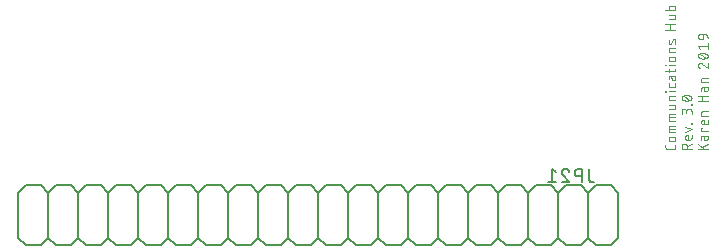
<source format=gbr>
G04 EAGLE Gerber RS-274X export*
G75*
%MOMM*%
%FSLAX34Y34*%
%LPD*%
%INSilkscreen Bottom*%
%IPPOS*%
%AMOC8*
5,1,8,0,0,1.08239X$1,22.5*%
G01*
%ADD10C,0.076200*%
%ADD11C,0.152400*%
%ADD12C,0.127000*%


D10*
X645287Y189526D02*
X645287Y187664D01*
X645285Y187578D01*
X645279Y187492D01*
X645269Y187407D01*
X645255Y187322D01*
X645238Y187237D01*
X645216Y187154D01*
X645190Y187072D01*
X645161Y186991D01*
X645128Y186912D01*
X645092Y186834D01*
X645052Y186757D01*
X645008Y186683D01*
X644961Y186611D01*
X644911Y186541D01*
X644857Y186474D01*
X644801Y186409D01*
X644741Y186347D01*
X644679Y186287D01*
X644614Y186231D01*
X644547Y186177D01*
X644477Y186127D01*
X644405Y186080D01*
X644331Y186036D01*
X644254Y185996D01*
X644177Y185960D01*
X644097Y185927D01*
X644016Y185898D01*
X643934Y185872D01*
X643851Y185850D01*
X643766Y185833D01*
X643681Y185819D01*
X643596Y185809D01*
X643510Y185803D01*
X643424Y185801D01*
X638768Y185801D01*
X638682Y185803D01*
X638596Y185809D01*
X638511Y185819D01*
X638426Y185833D01*
X638341Y185850D01*
X638258Y185872D01*
X638176Y185898D01*
X638095Y185927D01*
X638016Y185960D01*
X637938Y185996D01*
X637861Y186036D01*
X637787Y186080D01*
X637715Y186127D01*
X637645Y186177D01*
X637578Y186231D01*
X637513Y186287D01*
X637451Y186347D01*
X637391Y186409D01*
X637335Y186474D01*
X637281Y186541D01*
X637231Y186611D01*
X637184Y186683D01*
X637140Y186757D01*
X637100Y186834D01*
X637064Y186911D01*
X637031Y186991D01*
X637002Y187072D01*
X636976Y187154D01*
X636954Y187237D01*
X636937Y187322D01*
X636923Y187407D01*
X636913Y187492D01*
X636907Y187578D01*
X636905Y187664D01*
X636905Y189526D01*
X641562Y192600D02*
X643424Y192600D01*
X641562Y192600D02*
X641477Y192602D01*
X641393Y192608D01*
X641308Y192617D01*
X641225Y192631D01*
X641142Y192648D01*
X641059Y192669D01*
X640978Y192694D01*
X640898Y192722D01*
X640820Y192754D01*
X640743Y192790D01*
X640667Y192829D01*
X640594Y192871D01*
X640523Y192917D01*
X640453Y192966D01*
X640386Y193018D01*
X640322Y193073D01*
X640260Y193131D01*
X640200Y193191D01*
X640144Y193255D01*
X640090Y193320D01*
X640040Y193389D01*
X639993Y193459D01*
X639949Y193532D01*
X639908Y193606D01*
X639871Y193682D01*
X639837Y193760D01*
X639807Y193839D01*
X639780Y193920D01*
X639757Y194001D01*
X639738Y194084D01*
X639723Y194167D01*
X639711Y194251D01*
X639703Y194336D01*
X639699Y194421D01*
X639699Y194505D01*
X639703Y194590D01*
X639711Y194675D01*
X639723Y194759D01*
X639738Y194842D01*
X639757Y194925D01*
X639780Y195006D01*
X639807Y195087D01*
X639837Y195166D01*
X639871Y195244D01*
X639908Y195320D01*
X639949Y195395D01*
X639993Y195467D01*
X640040Y195537D01*
X640090Y195606D01*
X640144Y195671D01*
X640200Y195735D01*
X640260Y195795D01*
X640322Y195853D01*
X640386Y195908D01*
X640453Y195960D01*
X640523Y196009D01*
X640594Y196055D01*
X640667Y196097D01*
X640743Y196136D01*
X640820Y196172D01*
X640898Y196204D01*
X640978Y196232D01*
X641059Y196257D01*
X641142Y196278D01*
X641225Y196295D01*
X641308Y196309D01*
X641393Y196318D01*
X641477Y196324D01*
X641562Y196326D01*
X643424Y196326D01*
X643509Y196324D01*
X643593Y196318D01*
X643678Y196309D01*
X643761Y196295D01*
X643844Y196278D01*
X643927Y196257D01*
X644008Y196232D01*
X644088Y196204D01*
X644166Y196172D01*
X644243Y196136D01*
X644319Y196097D01*
X644392Y196055D01*
X644463Y196009D01*
X644533Y195960D01*
X644600Y195908D01*
X644664Y195853D01*
X644726Y195795D01*
X644786Y195735D01*
X644842Y195671D01*
X644896Y195606D01*
X644946Y195537D01*
X644993Y195467D01*
X645037Y195395D01*
X645078Y195320D01*
X645115Y195244D01*
X645149Y195166D01*
X645179Y195087D01*
X645206Y195006D01*
X645229Y194925D01*
X645248Y194842D01*
X645263Y194759D01*
X645275Y194675D01*
X645283Y194590D01*
X645287Y194505D01*
X645287Y194421D01*
X645283Y194336D01*
X645275Y194251D01*
X645263Y194167D01*
X645248Y194084D01*
X645229Y194001D01*
X645206Y193920D01*
X645179Y193839D01*
X645149Y193760D01*
X645115Y193682D01*
X645078Y193606D01*
X645037Y193532D01*
X644993Y193459D01*
X644946Y193389D01*
X644896Y193320D01*
X644842Y193255D01*
X644786Y193191D01*
X644726Y193131D01*
X644664Y193073D01*
X644600Y193018D01*
X644533Y192966D01*
X644463Y192917D01*
X644392Y192871D01*
X644319Y192829D01*
X644243Y192790D01*
X644166Y192754D01*
X644088Y192722D01*
X644008Y192694D01*
X643927Y192669D01*
X643844Y192648D01*
X643761Y192631D01*
X643678Y192617D01*
X643593Y192608D01*
X643509Y192602D01*
X643424Y192600D01*
X645287Y200173D02*
X639699Y200173D01*
X639699Y204364D01*
X639701Y204437D01*
X639707Y204510D01*
X639716Y204583D01*
X639730Y204654D01*
X639747Y204726D01*
X639767Y204796D01*
X639792Y204865D01*
X639820Y204932D01*
X639851Y204998D01*
X639886Y205063D01*
X639924Y205125D01*
X639966Y205185D01*
X640010Y205243D01*
X640058Y205299D01*
X640108Y205352D01*
X640161Y205402D01*
X640217Y205450D01*
X640275Y205494D01*
X640335Y205536D01*
X640398Y205574D01*
X640462Y205609D01*
X640528Y205640D01*
X640595Y205668D01*
X640664Y205693D01*
X640734Y205713D01*
X640806Y205730D01*
X640877Y205744D01*
X640950Y205753D01*
X641023Y205759D01*
X641096Y205761D01*
X645287Y205761D01*
X645287Y202967D02*
X639699Y202967D01*
X639699Y210048D02*
X645287Y210048D01*
X639699Y210048D02*
X639699Y214239D01*
X639701Y214312D01*
X639707Y214385D01*
X639716Y214458D01*
X639730Y214529D01*
X639747Y214601D01*
X639767Y214671D01*
X639792Y214740D01*
X639820Y214807D01*
X639851Y214873D01*
X639886Y214938D01*
X639924Y215000D01*
X639966Y215060D01*
X640010Y215118D01*
X640058Y215174D01*
X640108Y215227D01*
X640161Y215277D01*
X640217Y215325D01*
X640275Y215369D01*
X640335Y215411D01*
X640398Y215449D01*
X640462Y215484D01*
X640528Y215515D01*
X640595Y215543D01*
X640664Y215568D01*
X640734Y215588D01*
X640806Y215605D01*
X640877Y215619D01*
X640950Y215628D01*
X641023Y215634D01*
X641096Y215636D01*
X645287Y215636D01*
X645287Y212842D02*
X639699Y212842D01*
X639699Y219758D02*
X643890Y219758D01*
X643963Y219760D01*
X644036Y219766D01*
X644109Y219775D01*
X644180Y219789D01*
X644252Y219806D01*
X644322Y219826D01*
X644391Y219851D01*
X644458Y219879D01*
X644524Y219910D01*
X644589Y219945D01*
X644651Y219983D01*
X644711Y220025D01*
X644769Y220069D01*
X644825Y220117D01*
X644878Y220167D01*
X644928Y220220D01*
X644976Y220276D01*
X645020Y220334D01*
X645062Y220394D01*
X645100Y220457D01*
X645135Y220521D01*
X645166Y220587D01*
X645194Y220654D01*
X645219Y220723D01*
X645239Y220793D01*
X645256Y220865D01*
X645270Y220936D01*
X645279Y221009D01*
X645285Y221082D01*
X645287Y221155D01*
X645287Y223483D01*
X639699Y223483D01*
X639699Y227439D02*
X645287Y227439D01*
X639699Y227439D02*
X639699Y229767D01*
X639701Y229840D01*
X639707Y229913D01*
X639716Y229986D01*
X639730Y230057D01*
X639747Y230129D01*
X639767Y230199D01*
X639792Y230268D01*
X639820Y230335D01*
X639851Y230401D01*
X639886Y230466D01*
X639924Y230528D01*
X639966Y230588D01*
X640010Y230646D01*
X640058Y230702D01*
X640108Y230755D01*
X640161Y230805D01*
X640217Y230853D01*
X640275Y230897D01*
X640335Y230939D01*
X640398Y230977D01*
X640462Y231012D01*
X640528Y231043D01*
X640595Y231071D01*
X640664Y231096D01*
X640734Y231116D01*
X640806Y231133D01*
X640877Y231147D01*
X640950Y231156D01*
X641023Y231162D01*
X641096Y231164D01*
X645287Y231164D01*
X645287Y234788D02*
X639699Y234788D01*
X637371Y234555D02*
X636905Y234555D01*
X636905Y235021D01*
X637371Y235021D01*
X637371Y234555D01*
X645287Y239544D02*
X645287Y241407D01*
X645287Y239544D02*
X645285Y239471D01*
X645279Y239398D01*
X645270Y239325D01*
X645256Y239254D01*
X645239Y239182D01*
X645219Y239112D01*
X645194Y239043D01*
X645166Y238976D01*
X645135Y238910D01*
X645100Y238846D01*
X645062Y238783D01*
X645020Y238723D01*
X644976Y238665D01*
X644928Y238609D01*
X644878Y238556D01*
X644825Y238506D01*
X644769Y238458D01*
X644711Y238414D01*
X644651Y238372D01*
X644589Y238334D01*
X644524Y238299D01*
X644458Y238268D01*
X644391Y238240D01*
X644322Y238215D01*
X644252Y238195D01*
X644180Y238178D01*
X644109Y238164D01*
X644036Y238155D01*
X643963Y238149D01*
X643890Y238147D01*
X641096Y238147D01*
X641023Y238149D01*
X640950Y238155D01*
X640877Y238164D01*
X640806Y238178D01*
X640734Y238195D01*
X640664Y238215D01*
X640595Y238240D01*
X640528Y238268D01*
X640462Y238299D01*
X640398Y238334D01*
X640335Y238372D01*
X640275Y238414D01*
X640217Y238458D01*
X640161Y238506D01*
X640108Y238556D01*
X640058Y238609D01*
X640010Y238665D01*
X639966Y238723D01*
X639924Y238783D01*
X639886Y238846D01*
X639851Y238910D01*
X639820Y238976D01*
X639792Y239043D01*
X639767Y239112D01*
X639747Y239182D01*
X639730Y239254D01*
X639716Y239325D01*
X639707Y239398D01*
X639701Y239471D01*
X639699Y239544D01*
X639699Y241407D01*
X642027Y246033D02*
X642027Y248129D01*
X642027Y246033D02*
X642029Y245953D01*
X642035Y245873D01*
X642045Y245794D01*
X642058Y245715D01*
X642076Y245637D01*
X642097Y245560D01*
X642122Y245484D01*
X642151Y245409D01*
X642183Y245336D01*
X642219Y245265D01*
X642259Y245195D01*
X642302Y245127D01*
X642348Y245062D01*
X642397Y244999D01*
X642449Y244938D01*
X642504Y244880D01*
X642562Y244825D01*
X642623Y244773D01*
X642686Y244724D01*
X642751Y244678D01*
X642819Y244635D01*
X642889Y244595D01*
X642960Y244559D01*
X643033Y244527D01*
X643108Y244498D01*
X643184Y244473D01*
X643261Y244452D01*
X643339Y244434D01*
X643418Y244421D01*
X643497Y244411D01*
X643577Y244405D01*
X643657Y244403D01*
X643737Y244405D01*
X643817Y244411D01*
X643896Y244421D01*
X643975Y244434D01*
X644053Y244452D01*
X644130Y244473D01*
X644206Y244498D01*
X644281Y244527D01*
X644354Y244559D01*
X644425Y244595D01*
X644495Y244635D01*
X644563Y244678D01*
X644628Y244724D01*
X644691Y244773D01*
X644752Y244825D01*
X644810Y244880D01*
X644865Y244938D01*
X644917Y244999D01*
X644966Y245062D01*
X645012Y245127D01*
X645055Y245195D01*
X645095Y245265D01*
X645131Y245336D01*
X645163Y245409D01*
X645192Y245484D01*
X645217Y245560D01*
X645238Y245637D01*
X645256Y245715D01*
X645269Y245794D01*
X645279Y245873D01*
X645285Y245953D01*
X645287Y246033D01*
X645287Y248129D01*
X641096Y248129D01*
X641023Y248127D01*
X640950Y248121D01*
X640877Y248112D01*
X640806Y248098D01*
X640734Y248081D01*
X640664Y248061D01*
X640595Y248036D01*
X640528Y248008D01*
X640462Y247977D01*
X640398Y247942D01*
X640335Y247904D01*
X640275Y247862D01*
X640217Y247818D01*
X640161Y247770D01*
X640108Y247720D01*
X640058Y247667D01*
X640010Y247611D01*
X639966Y247553D01*
X639924Y247493D01*
X639886Y247431D01*
X639851Y247366D01*
X639820Y247300D01*
X639792Y247233D01*
X639767Y247164D01*
X639747Y247094D01*
X639730Y247022D01*
X639716Y246951D01*
X639707Y246878D01*
X639701Y246805D01*
X639699Y246732D01*
X639699Y244869D01*
X639699Y251154D02*
X639699Y253948D01*
X636905Y252085D02*
X643890Y252085D01*
X643963Y252087D01*
X644036Y252093D01*
X644109Y252102D01*
X644180Y252116D01*
X644252Y252133D01*
X644322Y252153D01*
X644391Y252178D01*
X644458Y252206D01*
X644524Y252237D01*
X644589Y252272D01*
X644651Y252310D01*
X644711Y252352D01*
X644769Y252396D01*
X644825Y252444D01*
X644878Y252494D01*
X644928Y252547D01*
X644976Y252603D01*
X645020Y252661D01*
X645062Y252721D01*
X645100Y252784D01*
X645135Y252848D01*
X645166Y252914D01*
X645194Y252981D01*
X645219Y253050D01*
X645239Y253120D01*
X645256Y253192D01*
X645270Y253263D01*
X645279Y253336D01*
X645285Y253409D01*
X645287Y253482D01*
X645287Y253948D01*
X645287Y257008D02*
X639699Y257008D01*
X637371Y256775D02*
X636905Y256775D01*
X636905Y257241D01*
X637371Y257241D01*
X637371Y256775D01*
X641562Y260357D02*
X643424Y260357D01*
X641562Y260357D02*
X641477Y260359D01*
X641393Y260365D01*
X641308Y260374D01*
X641225Y260388D01*
X641142Y260405D01*
X641059Y260426D01*
X640978Y260451D01*
X640898Y260479D01*
X640820Y260511D01*
X640743Y260547D01*
X640667Y260586D01*
X640594Y260628D01*
X640523Y260674D01*
X640453Y260723D01*
X640386Y260775D01*
X640322Y260830D01*
X640260Y260888D01*
X640200Y260948D01*
X640144Y261012D01*
X640090Y261077D01*
X640040Y261146D01*
X639993Y261216D01*
X639949Y261289D01*
X639908Y261363D01*
X639871Y261439D01*
X639837Y261517D01*
X639807Y261596D01*
X639780Y261677D01*
X639757Y261758D01*
X639738Y261841D01*
X639723Y261924D01*
X639711Y262008D01*
X639703Y262093D01*
X639699Y262178D01*
X639699Y262262D01*
X639703Y262347D01*
X639711Y262432D01*
X639723Y262516D01*
X639738Y262599D01*
X639757Y262682D01*
X639780Y262763D01*
X639807Y262844D01*
X639837Y262923D01*
X639871Y263001D01*
X639908Y263077D01*
X639949Y263152D01*
X639993Y263224D01*
X640040Y263294D01*
X640090Y263363D01*
X640144Y263428D01*
X640200Y263492D01*
X640260Y263552D01*
X640322Y263610D01*
X640386Y263665D01*
X640453Y263717D01*
X640523Y263766D01*
X640594Y263812D01*
X640667Y263854D01*
X640743Y263893D01*
X640820Y263929D01*
X640898Y263961D01*
X640978Y263989D01*
X641059Y264014D01*
X641142Y264035D01*
X641225Y264052D01*
X641308Y264066D01*
X641393Y264075D01*
X641477Y264081D01*
X641562Y264083D01*
X643424Y264083D01*
X643509Y264081D01*
X643593Y264075D01*
X643678Y264066D01*
X643761Y264052D01*
X643844Y264035D01*
X643927Y264014D01*
X644008Y263989D01*
X644088Y263961D01*
X644166Y263929D01*
X644243Y263893D01*
X644319Y263854D01*
X644392Y263812D01*
X644463Y263766D01*
X644533Y263717D01*
X644600Y263665D01*
X644664Y263610D01*
X644726Y263552D01*
X644786Y263492D01*
X644842Y263428D01*
X644896Y263363D01*
X644946Y263294D01*
X644993Y263224D01*
X645037Y263152D01*
X645078Y263077D01*
X645115Y263001D01*
X645149Y262923D01*
X645179Y262844D01*
X645206Y262763D01*
X645229Y262682D01*
X645248Y262599D01*
X645263Y262516D01*
X645275Y262432D01*
X645283Y262347D01*
X645287Y262262D01*
X645287Y262178D01*
X645283Y262093D01*
X645275Y262008D01*
X645263Y261924D01*
X645248Y261841D01*
X645229Y261758D01*
X645206Y261677D01*
X645179Y261596D01*
X645149Y261517D01*
X645115Y261439D01*
X645078Y261363D01*
X645037Y261289D01*
X644993Y261216D01*
X644946Y261146D01*
X644896Y261077D01*
X644842Y261012D01*
X644786Y260948D01*
X644726Y260888D01*
X644664Y260830D01*
X644600Y260775D01*
X644533Y260723D01*
X644463Y260674D01*
X644392Y260628D01*
X644319Y260586D01*
X644243Y260547D01*
X644166Y260511D01*
X644088Y260479D01*
X644008Y260451D01*
X643927Y260426D01*
X643844Y260405D01*
X643761Y260388D01*
X643678Y260374D01*
X643593Y260365D01*
X643509Y260359D01*
X643424Y260357D01*
X645287Y267764D02*
X639699Y267764D01*
X639699Y270092D01*
X639701Y270165D01*
X639707Y270238D01*
X639716Y270311D01*
X639730Y270382D01*
X639747Y270454D01*
X639767Y270524D01*
X639792Y270593D01*
X639820Y270660D01*
X639851Y270726D01*
X639886Y270791D01*
X639924Y270853D01*
X639966Y270913D01*
X640010Y270971D01*
X640058Y271027D01*
X640108Y271080D01*
X640161Y271130D01*
X640217Y271178D01*
X640275Y271222D01*
X640335Y271264D01*
X640398Y271302D01*
X640462Y271337D01*
X640528Y271368D01*
X640595Y271396D01*
X640664Y271421D01*
X640734Y271441D01*
X640806Y271458D01*
X640877Y271472D01*
X640950Y271481D01*
X641023Y271487D01*
X641096Y271489D01*
X645287Y271489D01*
X642027Y275869D02*
X642959Y278197D01*
X642027Y275869D02*
X641999Y275806D01*
X641969Y275745D01*
X641935Y275686D01*
X641897Y275628D01*
X641857Y275573D01*
X641813Y275521D01*
X641767Y275471D01*
X641717Y275423D01*
X641665Y275379D01*
X641611Y275337D01*
X641555Y275299D01*
X641496Y275264D01*
X641435Y275232D01*
X641373Y275204D01*
X641309Y275179D01*
X641244Y275158D01*
X641178Y275141D01*
X641111Y275128D01*
X641043Y275118D01*
X640975Y275112D01*
X640907Y275110D01*
X640839Y275112D01*
X640771Y275118D01*
X640703Y275127D01*
X640636Y275141D01*
X640570Y275158D01*
X640505Y275179D01*
X640441Y275203D01*
X640379Y275231D01*
X640318Y275263D01*
X640259Y275298D01*
X640203Y275336D01*
X640148Y275378D01*
X640096Y275422D01*
X640047Y275469D01*
X640000Y275519D01*
X639956Y275572D01*
X639916Y275627D01*
X639878Y275684D01*
X639844Y275743D01*
X639813Y275804D01*
X639786Y275867D01*
X639762Y275931D01*
X639742Y275996D01*
X639726Y276063D01*
X639714Y276130D01*
X639705Y276198D01*
X639700Y276266D01*
X639699Y276334D01*
X639699Y276335D02*
X639703Y276479D01*
X639711Y276622D01*
X639722Y276766D01*
X639738Y276909D01*
X639758Y277052D01*
X639781Y277194D01*
X639809Y277336D01*
X639840Y277476D01*
X639875Y277616D01*
X639914Y277755D01*
X639957Y277893D01*
X640003Y278029D01*
X640053Y278164D01*
X640107Y278298D01*
X640164Y278430D01*
X642959Y278197D02*
X642986Y278260D01*
X643017Y278321D01*
X643051Y278380D01*
X643089Y278438D01*
X643129Y278493D01*
X643173Y278545D01*
X643219Y278595D01*
X643269Y278643D01*
X643321Y278687D01*
X643375Y278729D01*
X643431Y278767D01*
X643490Y278802D01*
X643551Y278834D01*
X643613Y278862D01*
X643677Y278887D01*
X643742Y278908D01*
X643808Y278925D01*
X643875Y278938D01*
X643943Y278948D01*
X644011Y278954D01*
X644079Y278956D01*
X644147Y278954D01*
X644215Y278948D01*
X644283Y278939D01*
X644350Y278925D01*
X644416Y278908D01*
X644481Y278887D01*
X644545Y278863D01*
X644607Y278835D01*
X644668Y278803D01*
X644727Y278768D01*
X644783Y278730D01*
X644838Y278688D01*
X644890Y278644D01*
X644939Y278597D01*
X644986Y278547D01*
X645030Y278494D01*
X645070Y278439D01*
X645108Y278382D01*
X645142Y278323D01*
X645173Y278262D01*
X645200Y278199D01*
X645224Y278135D01*
X645244Y278070D01*
X645260Y278003D01*
X645272Y277936D01*
X645281Y277868D01*
X645286Y277800D01*
X645287Y277732D01*
X645287Y277731D02*
X645282Y277544D01*
X645273Y277358D01*
X645259Y277172D01*
X645241Y276986D01*
X645219Y276800D01*
X645192Y276615D01*
X645161Y276431D01*
X645125Y276248D01*
X645085Y276065D01*
X645041Y275884D01*
X644992Y275703D01*
X644940Y275524D01*
X644883Y275346D01*
X644822Y275170D01*
X645287Y287049D02*
X636905Y287049D01*
X640630Y287049D02*
X640630Y291706D01*
X636905Y291706D02*
X645287Y291706D01*
X643890Y295744D02*
X639699Y295744D01*
X643890Y295744D02*
X643963Y295746D01*
X644036Y295752D01*
X644109Y295761D01*
X644180Y295775D01*
X644252Y295792D01*
X644322Y295812D01*
X644391Y295837D01*
X644458Y295865D01*
X644524Y295896D01*
X644589Y295931D01*
X644651Y295969D01*
X644711Y296011D01*
X644769Y296055D01*
X644825Y296103D01*
X644878Y296153D01*
X644928Y296206D01*
X644976Y296262D01*
X645020Y296320D01*
X645062Y296380D01*
X645100Y296443D01*
X645135Y296507D01*
X645166Y296573D01*
X645194Y296640D01*
X645219Y296709D01*
X645239Y296779D01*
X645256Y296851D01*
X645270Y296922D01*
X645279Y296995D01*
X645285Y297068D01*
X645287Y297141D01*
X645287Y299470D01*
X639699Y299470D01*
X636905Y303469D02*
X645287Y303469D01*
X645287Y305797D01*
X645285Y305870D01*
X645279Y305943D01*
X645270Y306016D01*
X645256Y306087D01*
X645239Y306159D01*
X645219Y306229D01*
X645194Y306298D01*
X645166Y306365D01*
X645135Y306431D01*
X645100Y306496D01*
X645062Y306558D01*
X645020Y306618D01*
X644976Y306676D01*
X644928Y306732D01*
X644878Y306785D01*
X644825Y306835D01*
X644769Y306883D01*
X644711Y306927D01*
X644651Y306969D01*
X644589Y307007D01*
X644524Y307042D01*
X644458Y307073D01*
X644391Y307101D01*
X644322Y307126D01*
X644252Y307146D01*
X644180Y307163D01*
X644109Y307177D01*
X644036Y307186D01*
X643963Y307192D01*
X643890Y307194D01*
X641096Y307194D01*
X641023Y307192D01*
X640950Y307186D01*
X640877Y307177D01*
X640806Y307163D01*
X640734Y307146D01*
X640664Y307126D01*
X640595Y307101D01*
X640528Y307073D01*
X640462Y307042D01*
X640398Y307007D01*
X640335Y306969D01*
X640275Y306927D01*
X640217Y306883D01*
X640161Y306835D01*
X640108Y306785D01*
X640058Y306732D01*
X640010Y306676D01*
X639966Y306618D01*
X639924Y306558D01*
X639886Y306496D01*
X639851Y306431D01*
X639820Y306365D01*
X639792Y306298D01*
X639767Y306229D01*
X639747Y306159D01*
X639730Y306087D01*
X639716Y306016D01*
X639707Y305943D01*
X639701Y305870D01*
X639699Y305797D01*
X639699Y303469D01*
X650621Y185801D02*
X659003Y185801D01*
X650621Y185801D02*
X650621Y188129D01*
X650623Y188224D01*
X650629Y188319D01*
X650638Y188413D01*
X650652Y188507D01*
X650669Y188601D01*
X650690Y188693D01*
X650715Y188785D01*
X650744Y188875D01*
X650776Y188965D01*
X650812Y189053D01*
X650852Y189139D01*
X650894Y189224D01*
X650941Y189307D01*
X650991Y189388D01*
X651044Y189466D01*
X651100Y189543D01*
X651159Y189617D01*
X651221Y189689D01*
X651286Y189758D01*
X651354Y189825D01*
X651424Y189888D01*
X651498Y189949D01*
X651573Y190007D01*
X651651Y190061D01*
X651731Y190113D01*
X651813Y190161D01*
X651896Y190205D01*
X651982Y190247D01*
X652069Y190284D01*
X652158Y190318D01*
X652248Y190349D01*
X652339Y190376D01*
X652431Y190399D01*
X652524Y190418D01*
X652618Y190433D01*
X652712Y190445D01*
X652807Y190453D01*
X652902Y190457D01*
X652996Y190457D01*
X653091Y190453D01*
X653186Y190445D01*
X653280Y190433D01*
X653374Y190418D01*
X653467Y190399D01*
X653559Y190376D01*
X653650Y190349D01*
X653740Y190318D01*
X653829Y190284D01*
X653916Y190247D01*
X654002Y190205D01*
X654085Y190161D01*
X654167Y190113D01*
X654247Y190061D01*
X654325Y190007D01*
X654400Y189949D01*
X654474Y189888D01*
X654544Y189825D01*
X654612Y189758D01*
X654677Y189689D01*
X654739Y189617D01*
X654798Y189543D01*
X654854Y189466D01*
X654907Y189388D01*
X654957Y189307D01*
X655004Y189224D01*
X655046Y189139D01*
X655086Y189053D01*
X655122Y188965D01*
X655154Y188875D01*
X655183Y188785D01*
X655208Y188693D01*
X655229Y188601D01*
X655246Y188507D01*
X655260Y188413D01*
X655269Y188319D01*
X655275Y188224D01*
X655277Y188129D01*
X655278Y188129D02*
X655278Y185801D01*
X655278Y188595D02*
X659003Y190458D01*
X659003Y195291D02*
X659003Y197619D01*
X659003Y195291D02*
X659001Y195218D01*
X658995Y195145D01*
X658986Y195072D01*
X658972Y195001D01*
X658955Y194929D01*
X658935Y194859D01*
X658910Y194790D01*
X658882Y194723D01*
X658851Y194657D01*
X658816Y194593D01*
X658778Y194530D01*
X658736Y194470D01*
X658692Y194412D01*
X658644Y194356D01*
X658594Y194303D01*
X658541Y194253D01*
X658485Y194205D01*
X658427Y194161D01*
X658367Y194119D01*
X658305Y194081D01*
X658240Y194046D01*
X658174Y194015D01*
X658107Y193987D01*
X658038Y193962D01*
X657968Y193942D01*
X657896Y193925D01*
X657825Y193911D01*
X657752Y193902D01*
X657679Y193896D01*
X657606Y193894D01*
X655278Y193894D01*
X655278Y193893D02*
X655193Y193895D01*
X655109Y193901D01*
X655024Y193910D01*
X654941Y193924D01*
X654858Y193941D01*
X654775Y193962D01*
X654694Y193987D01*
X654614Y194015D01*
X654536Y194047D01*
X654459Y194083D01*
X654383Y194122D01*
X654310Y194164D01*
X654239Y194210D01*
X654169Y194259D01*
X654102Y194311D01*
X654038Y194366D01*
X653976Y194424D01*
X653916Y194484D01*
X653860Y194548D01*
X653806Y194613D01*
X653756Y194682D01*
X653709Y194752D01*
X653665Y194825D01*
X653624Y194899D01*
X653587Y194975D01*
X653553Y195053D01*
X653523Y195132D01*
X653496Y195213D01*
X653473Y195294D01*
X653454Y195377D01*
X653439Y195460D01*
X653427Y195544D01*
X653419Y195629D01*
X653415Y195714D01*
X653415Y195798D01*
X653419Y195883D01*
X653427Y195968D01*
X653439Y196052D01*
X653454Y196135D01*
X653473Y196218D01*
X653496Y196299D01*
X653523Y196380D01*
X653553Y196459D01*
X653587Y196537D01*
X653624Y196613D01*
X653665Y196688D01*
X653709Y196760D01*
X653756Y196830D01*
X653806Y196899D01*
X653860Y196964D01*
X653916Y197028D01*
X653976Y197088D01*
X654038Y197146D01*
X654102Y197201D01*
X654169Y197253D01*
X654239Y197302D01*
X654310Y197348D01*
X654383Y197390D01*
X654459Y197429D01*
X654536Y197465D01*
X654614Y197497D01*
X654694Y197525D01*
X654775Y197550D01*
X654858Y197571D01*
X654941Y197588D01*
X655024Y197602D01*
X655109Y197611D01*
X655193Y197617D01*
X655278Y197619D01*
X656209Y197619D01*
X656209Y193894D01*
X653415Y200752D02*
X659003Y202614D01*
X653415Y204477D01*
X658537Y207319D02*
X659003Y207319D01*
X658537Y207319D02*
X658537Y207785D01*
X659003Y207785D01*
X659003Y207319D01*
X659003Y215373D02*
X659003Y217702D01*
X659001Y217797D01*
X658995Y217892D01*
X658986Y217986D01*
X658972Y218080D01*
X658955Y218174D01*
X658934Y218266D01*
X658909Y218358D01*
X658880Y218448D01*
X658848Y218538D01*
X658812Y218626D01*
X658772Y218712D01*
X658730Y218797D01*
X658683Y218880D01*
X658633Y218961D01*
X658580Y219039D01*
X658524Y219116D01*
X658465Y219190D01*
X658403Y219262D01*
X658338Y219331D01*
X658270Y219398D01*
X658200Y219461D01*
X658126Y219522D01*
X658051Y219580D01*
X657973Y219634D01*
X657893Y219686D01*
X657811Y219734D01*
X657728Y219778D01*
X657642Y219820D01*
X657555Y219857D01*
X657466Y219891D01*
X657376Y219922D01*
X657285Y219949D01*
X657193Y219972D01*
X657100Y219991D01*
X657006Y220006D01*
X656912Y220018D01*
X656817Y220026D01*
X656722Y220030D01*
X656628Y220030D01*
X656533Y220026D01*
X656438Y220018D01*
X656344Y220006D01*
X656250Y219991D01*
X656157Y219972D01*
X656065Y219949D01*
X655974Y219922D01*
X655884Y219891D01*
X655795Y219857D01*
X655708Y219820D01*
X655622Y219778D01*
X655539Y219734D01*
X655457Y219686D01*
X655377Y219634D01*
X655299Y219580D01*
X655224Y219522D01*
X655150Y219461D01*
X655080Y219398D01*
X655012Y219331D01*
X654947Y219262D01*
X654885Y219190D01*
X654826Y219116D01*
X654770Y219039D01*
X654717Y218961D01*
X654667Y218880D01*
X654620Y218797D01*
X654578Y218712D01*
X654538Y218626D01*
X654502Y218538D01*
X654470Y218448D01*
X654441Y218358D01*
X654416Y218266D01*
X654395Y218174D01*
X654378Y218080D01*
X654364Y217986D01*
X654355Y217892D01*
X654349Y217797D01*
X654347Y217702D01*
X650621Y218167D02*
X650621Y215373D01*
X650621Y218167D02*
X650623Y218252D01*
X650629Y218336D01*
X650638Y218421D01*
X650652Y218504D01*
X650669Y218587D01*
X650690Y218670D01*
X650715Y218751D01*
X650743Y218831D01*
X650775Y218909D01*
X650811Y218986D01*
X650850Y219062D01*
X650892Y219135D01*
X650938Y219206D01*
X650987Y219276D01*
X651039Y219343D01*
X651094Y219407D01*
X651152Y219469D01*
X651212Y219529D01*
X651276Y219585D01*
X651341Y219639D01*
X651410Y219689D01*
X651480Y219736D01*
X651553Y219780D01*
X651627Y219821D01*
X651703Y219858D01*
X651781Y219892D01*
X651860Y219922D01*
X651941Y219949D01*
X652022Y219972D01*
X652105Y219991D01*
X652188Y220006D01*
X652272Y220018D01*
X652357Y220026D01*
X652442Y220030D01*
X652526Y220030D01*
X652611Y220026D01*
X652696Y220018D01*
X652780Y220006D01*
X652863Y219991D01*
X652946Y219972D01*
X653027Y219949D01*
X653108Y219922D01*
X653187Y219892D01*
X653265Y219858D01*
X653341Y219821D01*
X653416Y219780D01*
X653488Y219736D01*
X653558Y219689D01*
X653627Y219639D01*
X653692Y219585D01*
X653756Y219529D01*
X653816Y219469D01*
X653874Y219407D01*
X653929Y219343D01*
X653981Y219276D01*
X654030Y219206D01*
X654076Y219135D01*
X654118Y219062D01*
X654157Y218986D01*
X654193Y218909D01*
X654225Y218831D01*
X654253Y218751D01*
X654278Y218670D01*
X654299Y218587D01*
X654316Y218504D01*
X654330Y218421D01*
X654339Y218336D01*
X654345Y218252D01*
X654347Y218167D01*
X654346Y218167D02*
X654346Y216305D01*
X658537Y223230D02*
X659003Y223230D01*
X658537Y223230D02*
X658537Y223695D01*
X659003Y223695D01*
X659003Y223230D01*
X654812Y226895D02*
X654647Y226897D01*
X654482Y226903D01*
X654318Y226913D01*
X654153Y226926D01*
X653989Y226944D01*
X653826Y226966D01*
X653663Y226991D01*
X653501Y227021D01*
X653339Y227054D01*
X653179Y227091D01*
X653019Y227132D01*
X652860Y227177D01*
X652703Y227225D01*
X652546Y227277D01*
X652391Y227333D01*
X652237Y227393D01*
X652085Y227456D01*
X651934Y227523D01*
X651785Y227593D01*
X651708Y227622D01*
X651632Y227654D01*
X651558Y227689D01*
X651486Y227729D01*
X651416Y227771D01*
X651348Y227817D01*
X651282Y227866D01*
X651218Y227919D01*
X651157Y227974D01*
X651099Y228032D01*
X651044Y228092D01*
X650991Y228156D01*
X650942Y228222D01*
X650896Y228290D01*
X650853Y228360D01*
X650813Y228432D01*
X650777Y228506D01*
X650745Y228581D01*
X650716Y228658D01*
X650691Y228736D01*
X650670Y228816D01*
X650652Y228896D01*
X650639Y228977D01*
X650629Y229059D01*
X650623Y229141D01*
X650621Y229223D01*
X650623Y229305D01*
X650629Y229387D01*
X650639Y229469D01*
X650652Y229550D01*
X650670Y229630D01*
X650691Y229710D01*
X650716Y229788D01*
X650745Y229865D01*
X650777Y229940D01*
X650813Y230014D01*
X650853Y230086D01*
X650896Y230156D01*
X650942Y230224D01*
X650991Y230290D01*
X651044Y230354D01*
X651099Y230414D01*
X651157Y230472D01*
X651218Y230527D01*
X651282Y230580D01*
X651348Y230629D01*
X651416Y230675D01*
X651486Y230717D01*
X651558Y230757D01*
X651632Y230792D01*
X651708Y230824D01*
X651785Y230853D01*
X651934Y230923D01*
X652085Y230990D01*
X652237Y231053D01*
X652391Y231113D01*
X652546Y231169D01*
X652703Y231221D01*
X652860Y231269D01*
X653019Y231314D01*
X653179Y231355D01*
X653339Y231392D01*
X653501Y231425D01*
X653663Y231455D01*
X653826Y231480D01*
X653989Y231502D01*
X654153Y231520D01*
X654318Y231533D01*
X654482Y231543D01*
X654647Y231549D01*
X654812Y231551D01*
X654812Y226895D02*
X654977Y226897D01*
X655142Y226903D01*
X655306Y226913D01*
X655471Y226926D01*
X655635Y226944D01*
X655798Y226966D01*
X655961Y226991D01*
X656123Y227021D01*
X656285Y227054D01*
X656445Y227091D01*
X656605Y227132D01*
X656764Y227177D01*
X656921Y227225D01*
X657078Y227277D01*
X657233Y227333D01*
X657387Y227393D01*
X657539Y227456D01*
X657690Y227523D01*
X657839Y227593D01*
X657916Y227622D01*
X657992Y227654D01*
X658066Y227690D01*
X658138Y227729D01*
X658208Y227771D01*
X658276Y227817D01*
X658342Y227866D01*
X658406Y227919D01*
X658467Y227974D01*
X658525Y228032D01*
X658580Y228093D01*
X658633Y228156D01*
X658682Y228222D01*
X658728Y228290D01*
X658771Y228360D01*
X658811Y228432D01*
X658847Y228506D01*
X658879Y228581D01*
X658908Y228658D01*
X658933Y228736D01*
X658954Y228816D01*
X658972Y228896D01*
X658985Y228977D01*
X658995Y229059D01*
X659001Y229141D01*
X659003Y229223D01*
X657839Y230853D02*
X657690Y230923D01*
X657539Y230990D01*
X657387Y231053D01*
X657233Y231113D01*
X657078Y231169D01*
X656921Y231221D01*
X656764Y231269D01*
X656605Y231314D01*
X656445Y231355D01*
X656285Y231392D01*
X656123Y231425D01*
X655961Y231455D01*
X655798Y231480D01*
X655635Y231502D01*
X655471Y231520D01*
X655306Y231533D01*
X655142Y231543D01*
X654977Y231549D01*
X654812Y231551D01*
X657839Y230853D02*
X657916Y230824D01*
X657992Y230792D01*
X658066Y230756D01*
X658138Y230717D01*
X658208Y230675D01*
X658276Y230629D01*
X658342Y230580D01*
X658406Y230527D01*
X658467Y230472D01*
X658525Y230414D01*
X658580Y230353D01*
X658633Y230290D01*
X658682Y230224D01*
X658728Y230156D01*
X658771Y230086D01*
X658811Y230014D01*
X658847Y229940D01*
X658879Y229865D01*
X658908Y229788D01*
X658933Y229710D01*
X658954Y229630D01*
X658972Y229550D01*
X658985Y229469D01*
X658995Y229387D01*
X659001Y229305D01*
X659003Y229223D01*
X657140Y227360D02*
X652484Y231086D01*
X664337Y185801D02*
X672719Y185801D01*
X669459Y185801D02*
X664337Y190458D01*
X667597Y187664D02*
X672719Y190458D01*
X669459Y195135D02*
X669459Y197231D01*
X669459Y195135D02*
X669461Y195055D01*
X669467Y194975D01*
X669477Y194896D01*
X669490Y194817D01*
X669508Y194739D01*
X669529Y194662D01*
X669554Y194586D01*
X669583Y194511D01*
X669615Y194438D01*
X669651Y194367D01*
X669691Y194297D01*
X669734Y194229D01*
X669780Y194164D01*
X669829Y194101D01*
X669881Y194040D01*
X669936Y193982D01*
X669994Y193927D01*
X670055Y193875D01*
X670118Y193826D01*
X670183Y193780D01*
X670251Y193737D01*
X670321Y193697D01*
X670392Y193661D01*
X670465Y193629D01*
X670540Y193600D01*
X670616Y193575D01*
X670693Y193554D01*
X670771Y193536D01*
X670850Y193523D01*
X670929Y193513D01*
X671009Y193507D01*
X671089Y193505D01*
X671169Y193507D01*
X671249Y193513D01*
X671328Y193523D01*
X671407Y193536D01*
X671485Y193554D01*
X671562Y193575D01*
X671638Y193600D01*
X671713Y193629D01*
X671786Y193661D01*
X671857Y193697D01*
X671927Y193737D01*
X671995Y193780D01*
X672060Y193826D01*
X672123Y193875D01*
X672184Y193927D01*
X672242Y193982D01*
X672297Y194040D01*
X672349Y194101D01*
X672398Y194164D01*
X672444Y194229D01*
X672487Y194297D01*
X672527Y194367D01*
X672563Y194438D01*
X672595Y194511D01*
X672624Y194586D01*
X672649Y194662D01*
X672670Y194739D01*
X672688Y194817D01*
X672701Y194896D01*
X672711Y194975D01*
X672717Y195055D01*
X672719Y195135D01*
X672719Y197231D01*
X668528Y197231D01*
X668455Y197229D01*
X668382Y197223D01*
X668309Y197214D01*
X668238Y197200D01*
X668166Y197183D01*
X668096Y197163D01*
X668027Y197138D01*
X667960Y197110D01*
X667894Y197079D01*
X667830Y197044D01*
X667767Y197006D01*
X667707Y196964D01*
X667649Y196920D01*
X667593Y196872D01*
X667540Y196822D01*
X667490Y196769D01*
X667442Y196713D01*
X667398Y196655D01*
X667356Y196595D01*
X667318Y196533D01*
X667283Y196468D01*
X667252Y196402D01*
X667224Y196335D01*
X667199Y196266D01*
X667179Y196196D01*
X667162Y196124D01*
X667148Y196053D01*
X667139Y195980D01*
X667133Y195907D01*
X667131Y195834D01*
X667131Y193971D01*
X667131Y201279D02*
X672719Y201279D01*
X667131Y201279D02*
X667131Y204073D01*
X668062Y204073D01*
X672719Y208113D02*
X672719Y210442D01*
X672719Y208113D02*
X672717Y208040D01*
X672711Y207967D01*
X672702Y207894D01*
X672688Y207823D01*
X672671Y207751D01*
X672651Y207681D01*
X672626Y207612D01*
X672598Y207545D01*
X672567Y207479D01*
X672532Y207415D01*
X672494Y207352D01*
X672452Y207292D01*
X672408Y207234D01*
X672360Y207178D01*
X672310Y207125D01*
X672257Y207075D01*
X672201Y207027D01*
X672143Y206983D01*
X672083Y206941D01*
X672021Y206903D01*
X671956Y206868D01*
X671890Y206837D01*
X671823Y206809D01*
X671754Y206784D01*
X671684Y206764D01*
X671612Y206747D01*
X671541Y206733D01*
X671468Y206724D01*
X671395Y206718D01*
X671322Y206716D01*
X668994Y206716D01*
X668909Y206718D01*
X668825Y206724D01*
X668740Y206733D01*
X668657Y206747D01*
X668574Y206764D01*
X668491Y206785D01*
X668410Y206810D01*
X668330Y206838D01*
X668252Y206870D01*
X668175Y206906D01*
X668099Y206945D01*
X668026Y206987D01*
X667955Y207033D01*
X667885Y207082D01*
X667818Y207134D01*
X667754Y207189D01*
X667692Y207247D01*
X667632Y207307D01*
X667576Y207371D01*
X667522Y207436D01*
X667472Y207505D01*
X667425Y207575D01*
X667381Y207648D01*
X667340Y207722D01*
X667303Y207798D01*
X667269Y207876D01*
X667239Y207955D01*
X667212Y208036D01*
X667189Y208117D01*
X667170Y208200D01*
X667155Y208283D01*
X667143Y208367D01*
X667135Y208452D01*
X667131Y208537D01*
X667131Y208621D01*
X667135Y208706D01*
X667143Y208791D01*
X667155Y208875D01*
X667170Y208958D01*
X667189Y209041D01*
X667212Y209122D01*
X667239Y209203D01*
X667269Y209282D01*
X667303Y209360D01*
X667340Y209436D01*
X667381Y209511D01*
X667425Y209583D01*
X667472Y209653D01*
X667522Y209722D01*
X667576Y209787D01*
X667632Y209851D01*
X667692Y209911D01*
X667754Y209969D01*
X667818Y210024D01*
X667885Y210076D01*
X667955Y210125D01*
X668026Y210171D01*
X668099Y210213D01*
X668175Y210252D01*
X668252Y210288D01*
X668330Y210320D01*
X668410Y210348D01*
X668491Y210373D01*
X668574Y210394D01*
X668657Y210411D01*
X668740Y210425D01*
X668825Y210434D01*
X668909Y210440D01*
X668994Y210442D01*
X669925Y210442D01*
X669925Y206716D01*
X672719Y214123D02*
X667131Y214123D01*
X667131Y216451D01*
X667133Y216524D01*
X667139Y216597D01*
X667148Y216670D01*
X667162Y216741D01*
X667179Y216813D01*
X667199Y216883D01*
X667224Y216952D01*
X667252Y217019D01*
X667283Y217085D01*
X667318Y217150D01*
X667356Y217212D01*
X667398Y217272D01*
X667442Y217330D01*
X667490Y217386D01*
X667540Y217439D01*
X667593Y217489D01*
X667649Y217537D01*
X667707Y217581D01*
X667767Y217623D01*
X667830Y217661D01*
X667894Y217696D01*
X667960Y217727D01*
X668027Y217755D01*
X668096Y217780D01*
X668166Y217800D01*
X668238Y217817D01*
X668309Y217831D01*
X668382Y217840D01*
X668455Y217846D01*
X668528Y217848D01*
X672719Y217848D01*
X672719Y226276D02*
X664337Y226276D01*
X668062Y226276D02*
X668062Y230933D01*
X664337Y230933D02*
X672719Y230933D01*
X669459Y236283D02*
X669459Y238379D01*
X669459Y236283D02*
X669461Y236203D01*
X669467Y236123D01*
X669477Y236044D01*
X669490Y235965D01*
X669508Y235887D01*
X669529Y235810D01*
X669554Y235734D01*
X669583Y235659D01*
X669615Y235586D01*
X669651Y235515D01*
X669691Y235445D01*
X669734Y235377D01*
X669780Y235312D01*
X669829Y235249D01*
X669881Y235188D01*
X669936Y235130D01*
X669994Y235075D01*
X670055Y235023D01*
X670118Y234974D01*
X670183Y234928D01*
X670251Y234885D01*
X670321Y234845D01*
X670392Y234809D01*
X670465Y234777D01*
X670540Y234748D01*
X670616Y234723D01*
X670693Y234702D01*
X670771Y234684D01*
X670850Y234671D01*
X670929Y234661D01*
X671009Y234655D01*
X671089Y234653D01*
X671169Y234655D01*
X671249Y234661D01*
X671328Y234671D01*
X671407Y234684D01*
X671485Y234702D01*
X671562Y234723D01*
X671638Y234748D01*
X671713Y234777D01*
X671786Y234809D01*
X671857Y234845D01*
X671927Y234885D01*
X671995Y234928D01*
X672060Y234974D01*
X672123Y235023D01*
X672184Y235075D01*
X672242Y235130D01*
X672297Y235188D01*
X672349Y235249D01*
X672398Y235312D01*
X672444Y235377D01*
X672487Y235445D01*
X672527Y235515D01*
X672563Y235586D01*
X672595Y235659D01*
X672624Y235734D01*
X672649Y235810D01*
X672670Y235887D01*
X672688Y235965D01*
X672701Y236044D01*
X672711Y236123D01*
X672717Y236203D01*
X672719Y236283D01*
X672719Y238379D01*
X668528Y238379D01*
X668455Y238377D01*
X668382Y238371D01*
X668309Y238362D01*
X668238Y238348D01*
X668166Y238331D01*
X668096Y238311D01*
X668027Y238286D01*
X667960Y238258D01*
X667894Y238227D01*
X667830Y238192D01*
X667767Y238154D01*
X667707Y238112D01*
X667649Y238068D01*
X667593Y238020D01*
X667540Y237970D01*
X667490Y237917D01*
X667442Y237861D01*
X667398Y237803D01*
X667356Y237743D01*
X667318Y237681D01*
X667283Y237616D01*
X667252Y237550D01*
X667224Y237483D01*
X667199Y237414D01*
X667179Y237344D01*
X667162Y237272D01*
X667148Y237201D01*
X667139Y237128D01*
X667133Y237055D01*
X667131Y236982D01*
X667131Y235119D01*
X667131Y242378D02*
X672719Y242378D01*
X667131Y242378D02*
X667131Y244706D01*
X667133Y244779D01*
X667139Y244852D01*
X667148Y244925D01*
X667162Y244996D01*
X667179Y245068D01*
X667199Y245138D01*
X667224Y245207D01*
X667252Y245274D01*
X667283Y245340D01*
X667318Y245405D01*
X667356Y245467D01*
X667398Y245527D01*
X667442Y245585D01*
X667490Y245641D01*
X667540Y245694D01*
X667593Y245744D01*
X667649Y245792D01*
X667707Y245836D01*
X667767Y245878D01*
X667830Y245916D01*
X667894Y245951D01*
X667960Y245982D01*
X668027Y246010D01*
X668096Y246035D01*
X668166Y246055D01*
X668238Y246072D01*
X668309Y246086D01*
X668382Y246095D01*
X668455Y246101D01*
X668528Y246103D01*
X672719Y246103D01*
X664337Y256818D02*
X664339Y256907D01*
X664345Y256996D01*
X664354Y257084D01*
X664367Y257172D01*
X664384Y257260D01*
X664405Y257346D01*
X664429Y257432D01*
X664457Y257516D01*
X664488Y257600D01*
X664523Y257681D01*
X664561Y257762D01*
X664603Y257840D01*
X664648Y257917D01*
X664696Y257992D01*
X664748Y258064D01*
X664802Y258135D01*
X664860Y258203D01*
X664920Y258268D01*
X664983Y258331D01*
X665048Y258391D01*
X665116Y258449D01*
X665187Y258503D01*
X665259Y258555D01*
X665334Y258603D01*
X665411Y258648D01*
X665489Y258690D01*
X665570Y258728D01*
X665651Y258763D01*
X665735Y258794D01*
X665819Y258822D01*
X665905Y258846D01*
X665991Y258867D01*
X666079Y258884D01*
X666167Y258897D01*
X666255Y258906D01*
X666344Y258912D01*
X666433Y258914D01*
X664337Y256818D02*
X664339Y256715D01*
X664345Y256613D01*
X664355Y256511D01*
X664368Y256409D01*
X664386Y256308D01*
X664407Y256208D01*
X664432Y256108D01*
X664461Y256010D01*
X664494Y255913D01*
X664530Y255817D01*
X664570Y255722D01*
X664614Y255629D01*
X664661Y255538D01*
X664711Y255449D01*
X664765Y255362D01*
X664822Y255276D01*
X664882Y255193D01*
X664946Y255113D01*
X665012Y255035D01*
X665082Y254959D01*
X665154Y254886D01*
X665229Y254816D01*
X665307Y254749D01*
X665387Y254685D01*
X665469Y254624D01*
X665554Y254566D01*
X665641Y254512D01*
X665730Y254460D01*
X665820Y254413D01*
X665913Y254368D01*
X666007Y254328D01*
X666103Y254290D01*
X666200Y254257D01*
X668063Y258214D02*
X667999Y258279D01*
X667932Y258341D01*
X667863Y258400D01*
X667791Y258457D01*
X667718Y258510D01*
X667642Y258561D01*
X667564Y258608D01*
X667484Y258652D01*
X667403Y258693D01*
X667320Y258731D01*
X667235Y258765D01*
X667149Y258796D01*
X667062Y258823D01*
X666974Y258847D01*
X666886Y258867D01*
X666796Y258884D01*
X666706Y258896D01*
X666615Y258906D01*
X666524Y258911D01*
X666433Y258913D01*
X668062Y258215D02*
X672719Y254256D01*
X672719Y258913D01*
X668528Y262486D02*
X668363Y262488D01*
X668198Y262494D01*
X668034Y262504D01*
X667869Y262517D01*
X667705Y262535D01*
X667542Y262557D01*
X667379Y262582D01*
X667217Y262612D01*
X667055Y262645D01*
X666895Y262682D01*
X666735Y262723D01*
X666576Y262768D01*
X666419Y262816D01*
X666262Y262868D01*
X666107Y262924D01*
X665953Y262984D01*
X665801Y263047D01*
X665650Y263114D01*
X665501Y263184D01*
X665424Y263213D01*
X665348Y263245D01*
X665274Y263280D01*
X665202Y263320D01*
X665132Y263362D01*
X665064Y263408D01*
X664998Y263457D01*
X664934Y263510D01*
X664873Y263565D01*
X664815Y263623D01*
X664760Y263683D01*
X664707Y263747D01*
X664658Y263813D01*
X664612Y263881D01*
X664569Y263951D01*
X664529Y264023D01*
X664493Y264097D01*
X664461Y264172D01*
X664432Y264249D01*
X664407Y264327D01*
X664386Y264407D01*
X664368Y264487D01*
X664355Y264568D01*
X664345Y264650D01*
X664339Y264732D01*
X664337Y264814D01*
X664339Y264896D01*
X664345Y264978D01*
X664355Y265060D01*
X664368Y265141D01*
X664386Y265221D01*
X664407Y265301D01*
X664432Y265379D01*
X664461Y265456D01*
X664493Y265531D01*
X664529Y265605D01*
X664569Y265677D01*
X664612Y265747D01*
X664658Y265815D01*
X664707Y265881D01*
X664760Y265945D01*
X664815Y266005D01*
X664873Y266063D01*
X664934Y266118D01*
X664998Y266171D01*
X665064Y266220D01*
X665132Y266266D01*
X665202Y266308D01*
X665274Y266348D01*
X665348Y266383D01*
X665424Y266415D01*
X665501Y266444D01*
X665650Y266514D01*
X665801Y266581D01*
X665953Y266644D01*
X666107Y266704D01*
X666262Y266760D01*
X666419Y266812D01*
X666576Y266860D01*
X666735Y266905D01*
X666895Y266946D01*
X667055Y266983D01*
X667217Y267016D01*
X667379Y267046D01*
X667542Y267071D01*
X667705Y267093D01*
X667869Y267111D01*
X668034Y267124D01*
X668198Y267134D01*
X668363Y267140D01*
X668528Y267142D01*
X668528Y262486D02*
X668693Y262488D01*
X668858Y262494D01*
X669022Y262504D01*
X669187Y262517D01*
X669351Y262535D01*
X669514Y262557D01*
X669677Y262582D01*
X669839Y262612D01*
X670001Y262645D01*
X670161Y262682D01*
X670321Y262723D01*
X670480Y262768D01*
X670637Y262816D01*
X670794Y262868D01*
X670949Y262924D01*
X671103Y262984D01*
X671255Y263047D01*
X671406Y263114D01*
X671555Y263184D01*
X671632Y263213D01*
X671708Y263245D01*
X671782Y263281D01*
X671854Y263320D01*
X671924Y263362D01*
X671992Y263408D01*
X672058Y263457D01*
X672122Y263510D01*
X672183Y263565D01*
X672241Y263623D01*
X672296Y263684D01*
X672349Y263747D01*
X672398Y263813D01*
X672444Y263881D01*
X672487Y263951D01*
X672527Y264023D01*
X672563Y264097D01*
X672595Y264172D01*
X672624Y264249D01*
X672649Y264327D01*
X672670Y264407D01*
X672688Y264487D01*
X672701Y264568D01*
X672711Y264650D01*
X672717Y264732D01*
X672719Y264814D01*
X671555Y266444D02*
X671406Y266514D01*
X671255Y266581D01*
X671103Y266644D01*
X670949Y266704D01*
X670794Y266760D01*
X670637Y266812D01*
X670480Y266860D01*
X670321Y266905D01*
X670161Y266946D01*
X670001Y266983D01*
X669839Y267016D01*
X669677Y267046D01*
X669514Y267071D01*
X669351Y267093D01*
X669187Y267111D01*
X669022Y267124D01*
X668858Y267134D01*
X668693Y267140D01*
X668528Y267142D01*
X671555Y266444D02*
X671632Y266415D01*
X671708Y266383D01*
X671782Y266347D01*
X671854Y266308D01*
X671924Y266266D01*
X671992Y266220D01*
X672058Y266171D01*
X672122Y266118D01*
X672183Y266063D01*
X672241Y266005D01*
X672296Y265944D01*
X672349Y265881D01*
X672398Y265815D01*
X672444Y265747D01*
X672487Y265677D01*
X672527Y265605D01*
X672563Y265531D01*
X672595Y265456D01*
X672624Y265379D01*
X672649Y265301D01*
X672670Y265221D01*
X672688Y265141D01*
X672701Y265060D01*
X672711Y264978D01*
X672717Y264896D01*
X672719Y264814D01*
X670856Y262952D02*
X666200Y266677D01*
X666200Y270716D02*
X664337Y273044D01*
X672719Y273044D01*
X672719Y270716D02*
X672719Y275372D01*
X668994Y280808D02*
X668994Y283602D01*
X668994Y280808D02*
X668992Y280724D01*
X668986Y280641D01*
X668977Y280558D01*
X668964Y280475D01*
X668947Y280393D01*
X668927Y280312D01*
X668903Y280232D01*
X668875Y280153D01*
X668844Y280076D01*
X668810Y280000D01*
X668772Y279925D01*
X668730Y279852D01*
X668686Y279782D01*
X668638Y279713D01*
X668588Y279646D01*
X668534Y279582D01*
X668478Y279521D01*
X668418Y279461D01*
X668357Y279405D01*
X668293Y279351D01*
X668226Y279301D01*
X668157Y279253D01*
X668087Y279209D01*
X668014Y279167D01*
X667939Y279129D01*
X667863Y279095D01*
X667786Y279064D01*
X667707Y279036D01*
X667627Y279012D01*
X667546Y278992D01*
X667464Y278975D01*
X667381Y278962D01*
X667298Y278952D01*
X667215Y278947D01*
X667131Y278945D01*
X666665Y278945D01*
X666665Y278946D02*
X666570Y278948D01*
X666475Y278954D01*
X666381Y278963D01*
X666287Y278977D01*
X666193Y278994D01*
X666101Y279015D01*
X666009Y279040D01*
X665919Y279069D01*
X665829Y279101D01*
X665741Y279137D01*
X665655Y279177D01*
X665570Y279219D01*
X665487Y279266D01*
X665406Y279316D01*
X665328Y279369D01*
X665251Y279425D01*
X665177Y279484D01*
X665105Y279546D01*
X665036Y279611D01*
X664969Y279679D01*
X664906Y279749D01*
X664845Y279823D01*
X664787Y279898D01*
X664733Y279976D01*
X664681Y280056D01*
X664633Y280138D01*
X664589Y280221D01*
X664547Y280307D01*
X664510Y280394D01*
X664476Y280483D01*
X664445Y280573D01*
X664418Y280664D01*
X664395Y280756D01*
X664376Y280849D01*
X664361Y280943D01*
X664349Y281037D01*
X664341Y281132D01*
X664337Y281227D01*
X664337Y281321D01*
X664341Y281416D01*
X664349Y281511D01*
X664361Y281605D01*
X664376Y281699D01*
X664395Y281792D01*
X664418Y281884D01*
X664445Y281975D01*
X664476Y282065D01*
X664510Y282154D01*
X664547Y282241D01*
X664589Y282327D01*
X664633Y282410D01*
X664681Y282492D01*
X664733Y282572D01*
X664787Y282650D01*
X664845Y282725D01*
X664906Y282799D01*
X664969Y282869D01*
X665036Y282937D01*
X665105Y283002D01*
X665177Y283064D01*
X665251Y283123D01*
X665328Y283179D01*
X665406Y283232D01*
X665487Y283282D01*
X665570Y283329D01*
X665655Y283371D01*
X665741Y283411D01*
X665829Y283447D01*
X665919Y283479D01*
X666009Y283508D01*
X666101Y283533D01*
X666193Y283554D01*
X666287Y283571D01*
X666381Y283585D01*
X666475Y283594D01*
X666570Y283600D01*
X666665Y283602D01*
X668994Y283602D01*
X669113Y283600D01*
X669233Y283594D01*
X669352Y283585D01*
X669470Y283571D01*
X669589Y283554D01*
X669706Y283533D01*
X669823Y283509D01*
X669939Y283480D01*
X670054Y283448D01*
X670168Y283412D01*
X670280Y283373D01*
X670392Y283330D01*
X670502Y283283D01*
X670610Y283233D01*
X670717Y283180D01*
X670822Y283123D01*
X670925Y283062D01*
X671026Y282999D01*
X671125Y282932D01*
X671222Y282862D01*
X671316Y282789D01*
X671409Y282713D01*
X671498Y282635D01*
X671585Y282553D01*
X671670Y282468D01*
X671752Y282381D01*
X671830Y282292D01*
X671906Y282199D01*
X671979Y282105D01*
X672049Y282008D01*
X672116Y281909D01*
X672179Y281808D01*
X672240Y281705D01*
X672297Y281600D01*
X672350Y281493D01*
X672400Y281385D01*
X672447Y281275D01*
X672490Y281163D01*
X672529Y281051D01*
X672565Y280937D01*
X672597Y280822D01*
X672626Y280706D01*
X672650Y280589D01*
X672671Y280472D01*
X672688Y280353D01*
X672702Y280235D01*
X672711Y280116D01*
X672717Y279996D01*
X672719Y279877D01*
D11*
X596900Y110950D02*
X590550Y104600D01*
X577850Y104600D01*
X571500Y110950D01*
X565150Y104600D01*
X552450Y104600D01*
X546100Y110950D01*
X539750Y104600D01*
X527050Y104600D01*
X520700Y110950D01*
X514350Y104600D01*
X501650Y104600D01*
X495300Y110950D01*
X488950Y104600D01*
X476250Y104600D01*
X469900Y110950D01*
X463550Y104600D01*
X450850Y104600D01*
X444500Y110950D01*
X596900Y110950D02*
X596900Y149050D01*
X590550Y155400D01*
X577850Y155400D01*
X571500Y149050D01*
X565150Y155400D01*
X552450Y155400D01*
X546100Y149050D01*
X539750Y155400D01*
X527050Y155400D01*
X520700Y149050D01*
X514350Y155400D01*
X501650Y155400D01*
X495300Y149050D01*
X488950Y155400D01*
X476250Y155400D01*
X469900Y149050D01*
X463550Y155400D01*
X450850Y155400D01*
X444500Y149050D01*
X438150Y155400D01*
X425450Y155400D01*
X419100Y149050D01*
X412750Y155400D01*
X400050Y155400D01*
X393700Y149050D01*
X387350Y155400D01*
X374650Y155400D01*
X368300Y149050D01*
X361950Y155400D01*
X349250Y155400D01*
X342900Y149050D01*
X336550Y155400D01*
X323850Y155400D01*
X317500Y149050D01*
X311150Y155400D01*
X298450Y155400D01*
X292100Y149050D01*
X285750Y155400D01*
X273050Y155400D01*
X266700Y149050D01*
X260350Y155400D01*
X247650Y155400D01*
X241300Y149050D01*
X234950Y155400D01*
X222250Y155400D01*
X215900Y149050D01*
X209550Y155400D01*
X196850Y155400D01*
X190500Y149050D01*
X184150Y155400D01*
X171450Y155400D01*
X165100Y149050D01*
X158750Y155400D01*
X146050Y155400D01*
X139700Y149050D01*
X133350Y155400D01*
X120650Y155400D01*
X114300Y149050D01*
X114300Y110950D02*
X120650Y104600D01*
X133350Y104600D01*
X139700Y110950D01*
X146050Y104600D01*
X158750Y104600D01*
X165100Y110950D01*
X171450Y104600D01*
X184150Y104600D01*
X190500Y110950D01*
X196850Y104600D01*
X209550Y104600D01*
X215900Y110950D01*
X222250Y104600D01*
X234950Y104600D01*
X241300Y110950D01*
X247650Y104600D01*
X260350Y104600D01*
X266700Y110950D01*
X273050Y104600D01*
X285750Y104600D01*
X292100Y110950D01*
X298450Y104600D01*
X311150Y104600D01*
X317500Y110950D01*
X323850Y104600D01*
X336550Y104600D01*
X342900Y110950D01*
X349250Y104600D01*
X361950Y104600D01*
X368300Y110950D01*
X374650Y104600D01*
X387350Y104600D01*
X393700Y110950D01*
X400050Y104600D01*
X412750Y104600D01*
X419100Y110950D01*
X425450Y104600D01*
X438150Y104600D01*
X444500Y110950D01*
X571500Y110950D02*
X571500Y149050D01*
X546100Y149050D02*
X546100Y110950D01*
X520700Y110950D02*
X520700Y149050D01*
X495300Y149050D02*
X495300Y110950D01*
X469900Y110950D02*
X469900Y149050D01*
X444500Y149050D02*
X444500Y110950D01*
X419100Y110950D02*
X419100Y149050D01*
X393700Y149050D02*
X393700Y110950D01*
X368300Y110950D02*
X368300Y149050D01*
X342900Y149050D02*
X342900Y110950D01*
X317500Y110950D02*
X317500Y149050D01*
X292100Y149050D02*
X292100Y110950D01*
X266700Y110950D02*
X266700Y149050D01*
X241300Y149050D02*
X241300Y110950D01*
X215900Y110950D02*
X215900Y149050D01*
X190500Y149050D02*
X190500Y110950D01*
X165100Y110950D02*
X165100Y149050D01*
X139700Y149050D02*
X139700Y110950D01*
X114300Y110950D02*
X114300Y149050D01*
X107950Y155400D01*
X95250Y155400D01*
X88900Y149050D01*
X88900Y110950D02*
X95250Y104600D01*
X107950Y104600D01*
X114300Y110950D01*
X88900Y110950D02*
X88900Y149050D01*
D12*
X572464Y160195D02*
X572464Y169085D01*
X572464Y160195D02*
X572466Y160095D01*
X572472Y159996D01*
X572482Y159896D01*
X572495Y159798D01*
X572513Y159699D01*
X572534Y159602D01*
X572559Y159506D01*
X572588Y159410D01*
X572621Y159316D01*
X572657Y159223D01*
X572697Y159132D01*
X572741Y159042D01*
X572788Y158954D01*
X572838Y158868D01*
X572892Y158784D01*
X572949Y158702D01*
X573009Y158623D01*
X573073Y158545D01*
X573139Y158471D01*
X573208Y158399D01*
X573280Y158330D01*
X573354Y158264D01*
X573432Y158200D01*
X573511Y158140D01*
X573593Y158083D01*
X573677Y158029D01*
X573763Y157979D01*
X573851Y157932D01*
X573941Y157888D01*
X574032Y157848D01*
X574125Y157812D01*
X574219Y157779D01*
X574315Y157750D01*
X574411Y157725D01*
X574508Y157704D01*
X574607Y157686D01*
X574705Y157673D01*
X574805Y157663D01*
X574904Y157657D01*
X575004Y157655D01*
X576274Y157655D01*
X566484Y157655D02*
X566484Y169085D01*
X563309Y169085D01*
X563198Y169083D01*
X563088Y169077D01*
X562977Y169068D01*
X562867Y169054D01*
X562758Y169037D01*
X562649Y169016D01*
X562541Y168991D01*
X562434Y168962D01*
X562328Y168930D01*
X562223Y168894D01*
X562120Y168854D01*
X562018Y168811D01*
X561917Y168764D01*
X561818Y168713D01*
X561722Y168660D01*
X561627Y168603D01*
X561534Y168542D01*
X561443Y168479D01*
X561354Y168412D01*
X561268Y168342D01*
X561185Y168269D01*
X561103Y168194D01*
X561025Y168116D01*
X560950Y168034D01*
X560877Y167951D01*
X560807Y167865D01*
X560740Y167776D01*
X560677Y167685D01*
X560616Y167592D01*
X560559Y167498D01*
X560506Y167401D01*
X560455Y167302D01*
X560408Y167201D01*
X560365Y167099D01*
X560325Y166996D01*
X560289Y166891D01*
X560257Y166785D01*
X560228Y166678D01*
X560203Y166570D01*
X560182Y166461D01*
X560165Y166352D01*
X560151Y166242D01*
X560142Y166131D01*
X560136Y166021D01*
X560134Y165910D01*
X560136Y165799D01*
X560142Y165689D01*
X560151Y165578D01*
X560165Y165468D01*
X560182Y165359D01*
X560203Y165250D01*
X560228Y165142D01*
X560257Y165035D01*
X560289Y164929D01*
X560325Y164824D01*
X560365Y164721D01*
X560408Y164619D01*
X560455Y164518D01*
X560506Y164419D01*
X560559Y164323D01*
X560616Y164228D01*
X560677Y164135D01*
X560740Y164044D01*
X560807Y163955D01*
X560877Y163869D01*
X560950Y163786D01*
X561025Y163704D01*
X561103Y163626D01*
X561185Y163551D01*
X561268Y163478D01*
X561354Y163408D01*
X561443Y163341D01*
X561534Y163278D01*
X561627Y163217D01*
X561722Y163160D01*
X561818Y163107D01*
X561917Y163056D01*
X562018Y163009D01*
X562120Y162966D01*
X562223Y162926D01*
X562328Y162890D01*
X562434Y162858D01*
X562541Y162829D01*
X562649Y162804D01*
X562758Y162783D01*
X562867Y162766D01*
X562977Y162752D01*
X563088Y162743D01*
X563198Y162737D01*
X563309Y162735D01*
X566484Y162735D01*
X552133Y169086D02*
X552029Y169084D01*
X551924Y169078D01*
X551820Y169069D01*
X551717Y169056D01*
X551614Y169038D01*
X551512Y169018D01*
X551410Y168993D01*
X551310Y168965D01*
X551210Y168933D01*
X551112Y168897D01*
X551015Y168858D01*
X550920Y168816D01*
X550826Y168770D01*
X550734Y168720D01*
X550644Y168668D01*
X550556Y168612D01*
X550470Y168552D01*
X550386Y168490D01*
X550305Y168425D01*
X550226Y168357D01*
X550149Y168285D01*
X550076Y168212D01*
X550004Y168135D01*
X549936Y168056D01*
X549871Y167975D01*
X549809Y167891D01*
X549749Y167805D01*
X549693Y167717D01*
X549641Y167627D01*
X549591Y167535D01*
X549545Y167441D01*
X549503Y167346D01*
X549464Y167249D01*
X549428Y167151D01*
X549396Y167051D01*
X549368Y166951D01*
X549343Y166849D01*
X549323Y166747D01*
X549305Y166644D01*
X549292Y166541D01*
X549283Y166437D01*
X549277Y166332D01*
X549275Y166228D01*
X552133Y169085D02*
X552251Y169083D01*
X552370Y169077D01*
X552488Y169068D01*
X552605Y169055D01*
X552722Y169037D01*
X552839Y169017D01*
X552955Y168992D01*
X553070Y168964D01*
X553183Y168931D01*
X553296Y168896D01*
X553408Y168856D01*
X553518Y168814D01*
X553627Y168767D01*
X553735Y168717D01*
X553840Y168664D01*
X553944Y168607D01*
X554046Y168547D01*
X554146Y168484D01*
X554244Y168417D01*
X554340Y168348D01*
X554433Y168275D01*
X554524Y168199D01*
X554613Y168121D01*
X554699Y168039D01*
X554782Y167955D01*
X554863Y167869D01*
X554940Y167779D01*
X555015Y167688D01*
X555087Y167594D01*
X555156Y167497D01*
X555221Y167399D01*
X555284Y167298D01*
X555343Y167195D01*
X555399Y167091D01*
X555451Y166985D01*
X555500Y166877D01*
X555545Y166768D01*
X555587Y166657D01*
X555625Y166545D01*
X550227Y164006D02*
X550151Y164081D01*
X550076Y164160D01*
X550005Y164241D01*
X549936Y164325D01*
X549871Y164411D01*
X549809Y164499D01*
X549749Y164589D01*
X549693Y164681D01*
X549640Y164776D01*
X549591Y164872D01*
X549545Y164970D01*
X549502Y165069D01*
X549463Y165170D01*
X549428Y165272D01*
X549396Y165375D01*
X549368Y165479D01*
X549343Y165584D01*
X549322Y165691D01*
X549305Y165797D01*
X549292Y165904D01*
X549283Y166012D01*
X549277Y166120D01*
X549275Y166228D01*
X550228Y164005D02*
X555625Y157655D01*
X549275Y157655D01*
X544195Y166545D02*
X541020Y169085D01*
X541020Y157655D01*
X544195Y157655D02*
X537845Y157655D01*
M02*

</source>
